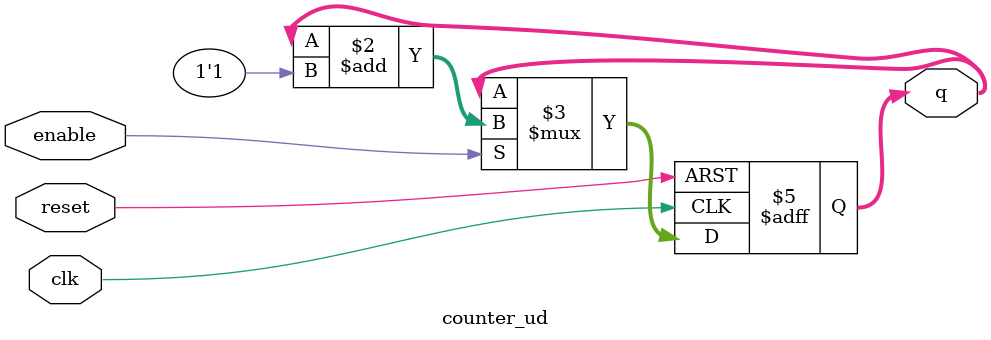
<source format=sv>
module counter_ud #(parameter N = 8)
                (input  logic clk,
                 input  logic reset,
                 input  logic enable,
                 output logic [N-1:0] q); //You'd need a new input for controlling the counter direction

  always_ff @(posedge clk, posedge reset)
    if (reset) 
        q <= '0;
    else  
        if (enable) //From here, add the necessary code to make this an up_down counter

             q <= q + 1'b1;
endmodule 
</source>
